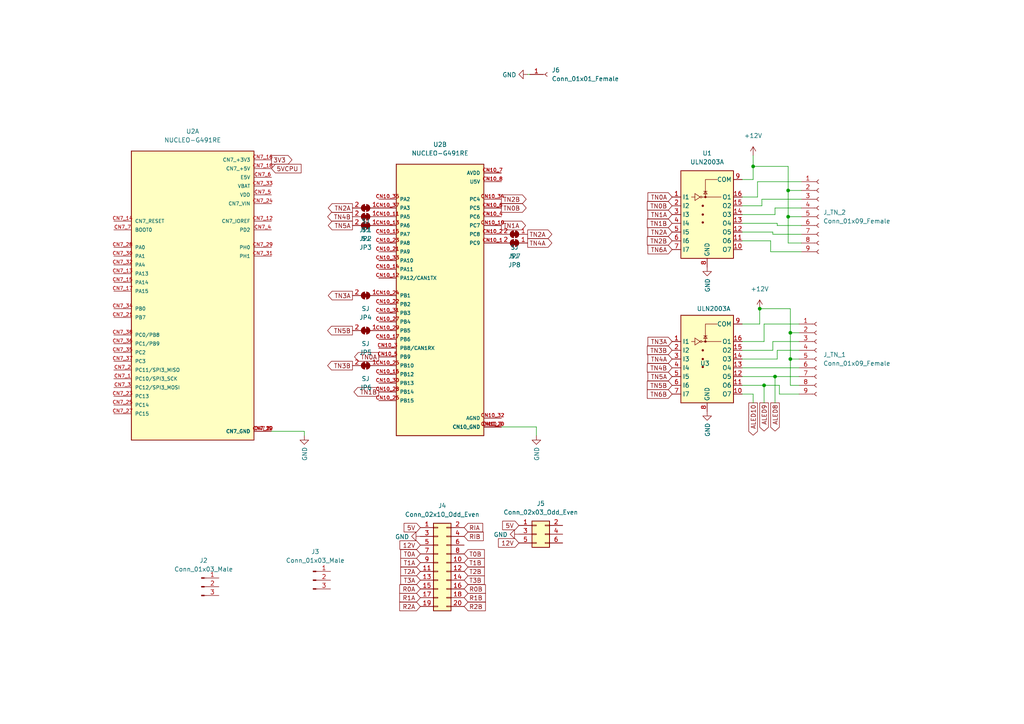
<source format=kicad_sch>
(kicad_sch (version 20211123) (generator eeschema)
  (paper "A4")
  (lib_symbols
    (symbol "Connector:Conn_01x01_Female" (pin_names (offset 1.016) hide)
      (property "Reference" "J" (at 0 2.54 0))
      (property "Value" "Conn_01x01_Female" (at 0 -2.54 0))
      (symbol "Conn_01x01_Female_1_1"
        (polyline (pts (xy -1.27 0) (xy -0.508 0)) (stroke (width 0.1524)))
        (arc (start 0 0.508) (mid -0.508 0) (end 0 -0.508) (stroke (width 0.1524)))
        (pin passive line (at -5.08 0 0) (length 3.81) (name "Pin_1") (number "1"))
      )
    )
    (symbol "Connector:Conn_01x03_Male" (pin_names (offset 1.016) hide)
      (property "Reference" "J" (at 0 5.08 0))
      (property "Value" "Conn_01x03_Male" (at 0 -5.08 0))
      (symbol "Conn_01x03_Male_1_1"
        (polyline (pts (xy 1.27 -2.54) (xy 0.8636 -2.54)) (stroke (width 0.1524)))
        (polyline (pts (xy 1.27 0) (xy 0.8636 0)) (stroke (width 0.1524)))
        (polyline (pts (xy 1.27 2.54) (xy 0.8636 2.54)) (stroke (width 0.1524)))
        (rectangle (start 0.8636 -2.413) (end 0 -2.667) (stroke (width 0.1524)) (fill (type outline)))
        (rectangle (start 0.8636 0.127) (end 0 -0.127) (stroke (width 0.1524)) (fill (type outline)))
        (rectangle (start 0.8636 2.667) (end 0 2.413) (stroke (width 0.1524)) (fill (type outline)))
        (pin passive line (at 5.08 2.54 180) (length 3.81) (name "Pin_1") (number "1"))
        (pin passive line (at 5.08 0 180) (length 3.81) (name "Pin_2") (number "2"))
        (pin passive line (at 5.08 -2.54 180) (length 3.81) (name "Pin_3") (number "3"))
      )
    )
    (symbol "Connector:Conn_01x09_Female" (pin_names (offset 1.016) hide)
      (property "Reference" "J" (at 0 12.7 0))
      (property "Value" "Conn_01x09_Female" (at 0 -12.7 0))
      (symbol "Conn_01x09_Female_1_1"
        (arc (start 0 -9.652) (mid -0.508 -10.16) (end 0 -10.668) (stroke (width 0.1524)))
        (arc (start 0 -7.112) (mid -0.508 -7.62) (end 0 -8.128) (stroke (width 0.1524)))
        (arc (start 0 -4.572) (mid -0.508 -5.08) (end 0 -5.588) (stroke (width 0.1524)))
        (arc (start 0 -2.032) (mid -0.508 -2.54) (end 0 -3.048) (stroke (width 0.1524)))
        (polyline (pts (xy -1.27 -10.16) (xy -0.508 -10.16)) (stroke (width 0.1524)))
        (polyline (pts (xy -1.27 -7.62) (xy -0.508 -7.62)) (stroke (width 0.1524)))
        (polyline (pts (xy -1.27 -5.08) (xy -0.508 -5.08)) (stroke (width 0.1524)))
        (polyline (pts (xy -1.27 -2.54) (xy -0.508 -2.54)) (stroke (width 0.1524)))
        (polyline (pts (xy -1.27 0) (xy -0.508 0)) (stroke (width 0.1524)))
        (polyline (pts (xy -1.27 2.54) (xy -0.508 2.54)) (stroke (width 0.1524)))
        (polyline (pts (xy -1.27 5.08) (xy -0.508 5.08)) (stroke (width 0.1524)))
        (polyline (pts (xy -1.27 7.62) (xy -0.508 7.62)) (stroke (width 0.1524)))
        (polyline (pts (xy -1.27 10.16) (xy -0.508 10.16)) (stroke (width 0.1524)))
        (arc (start 0 0.508) (mid -0.508 0) (end 0 -0.508) (stroke (width 0.1524)))
        (arc (start 0 3.048) (mid -0.508 2.54) (end 0 2.032) (stroke (width 0.1524)))
        (arc (start 0 5.588) (mid -0.508 5.08) (end 0 4.572) (stroke (width 0.1524)))
        (arc (start 0 8.128) (mid -0.508 7.62) (end 0 7.112) (stroke (width 0.1524)))
        (arc (start 0 10.668) (mid -0.508 10.16) (end 0 9.652) (stroke (width 0.1524)))
        (pin passive line (at -5.08 10.16 0) (length 3.81) (name "Pin_1") (number "1"))
        (pin passive line (at -5.08 7.62 0) (length 3.81) (name "Pin_2") (number "2"))
        (pin passive line (at -5.08 5.08 0) (length 3.81) (name "Pin_3") (number "3"))
        (pin passive line (at -5.08 2.54 0) (length 3.81) (name "Pin_4") (number "4"))
        (pin passive line (at -5.08 0 0) (length 3.81) (name "Pin_5") (number "5"))
        (pin passive line (at -5.08 -2.54 0) (length 3.81) (name "Pin_6") (number "6"))
        (pin passive line (at -5.08 -5.08 0) (length 3.81) (name "Pin_7") (number "7"))
        (pin passive line (at -5.08 -7.62 0) (length 3.81) (name "Pin_8") (number "8"))
        (pin passive line (at -5.08 -10.16 0) (length 3.81) (name "Pin_9") (number "9"))
      )
    )
    (symbol "Connector_Generic:Conn_02x03_Odd_Even" (pin_names (offset 1.016) hide)
      (property "Reference" "J" (at 1.27 5.08 0))
      (property "Value" "Conn_02x03_Odd_Even" (at 1.27 -5.08 0))
      (symbol "Conn_02x03_Odd_Even_1_1"
        (rectangle (start -1.27 -2.413) (end 0 -2.667) (stroke (width 0.1524)))
        (rectangle (start -1.27 0.127) (end 0 -0.127) (stroke (width 0.1524)))
        (rectangle (start -1.27 2.667) (end 0 2.413) (stroke (width 0.1524)))
        (rectangle (start -1.27 3.81) (end 3.81 -3.81) (stroke (width 0.254)) (fill (type background)))
        (rectangle (start 3.81 -2.413) (end 2.54 -2.667) (stroke (width 0.1524)))
        (rectangle (start 3.81 0.127) (end 2.54 -0.127) (stroke (width 0.1524)))
        (rectangle (start 3.81 2.667) (end 2.54 2.413) (stroke (width 0.1524)))
        (pin passive line (at -5.08 2.54 0) (length 3.81) (name "Pin_1") (number "1"))
        (pin passive line (at 7.62 2.54 180) (length 3.81) (name "Pin_2") (number "2"))
        (pin passive line (at -5.08 0 0) (length 3.81) (name "Pin_3") (number "3"))
        (pin passive line (at 7.62 0 180) (length 3.81) (name "Pin_4") (number "4"))
        (pin passive line (at -5.08 -2.54 0) (length 3.81) (name "Pin_5") (number "5"))
        (pin passive line (at 7.62 -2.54 180) (length 3.81) (name "Pin_6") (number "6"))
      )
    )
    (symbol "Connector_Generic:Conn_02x10_Odd_Even" (pin_names (offset 1.016) hide)
      (property "Reference" "J" (at 1.27 12.7 0))
      (property "Value" "Conn_02x10_Odd_Even" (at 1.27 -15.24 0))
      (symbol "Conn_02x10_Odd_Even_1_1"
        (rectangle (start -1.27 -12.573) (end 0 -12.827) (stroke (width 0.1524)))
        (rectangle (start -1.27 -10.033) (end 0 -10.287) (stroke (width 0.1524)))
        (rectangle (start -1.27 -7.493) (end 0 -7.747) (stroke (width 0.1524)))
        (rectangle (start -1.27 -4.953) (end 0 -5.207) (stroke (width 0.1524)))
        (rectangle (start -1.27 -2.413) (end 0 -2.667) (stroke (width 0.1524)))
        (rectangle (start -1.27 0.127) (end 0 -0.127) (stroke (width 0.1524)))
        (rectangle (start -1.27 2.667) (end 0 2.413) (stroke (width 0.1524)))
        (rectangle (start -1.27 5.207) (end 0 4.953) (stroke (width 0.1524)))
        (rectangle (start -1.27 7.747) (end 0 7.493) (stroke (width 0.1524)))
        (rectangle (start -1.27 10.287) (end 0 10.033) (stroke (width 0.1524)))
        (rectangle (start -1.27 11.43) (end 3.81 -13.97) (stroke (width 0.254)) (fill (type background)))
        (rectangle (start 3.81 -12.573) (end 2.54 -12.827) (stroke (width 0.1524)))
        (rectangle (start 3.81 -10.033) (end 2.54 -10.287) (stroke (width 0.1524)))
        (rectangle (start 3.81 -7.493) (end 2.54 -7.747) (stroke (width 0.1524)))
        (rectangle (start 3.81 -4.953) (end 2.54 -5.207) (stroke (width 0.1524)))
        (rectangle (start 3.81 -2.413) (end 2.54 -2.667) (stroke (width 0.1524)))
        (rectangle (start 3.81 0.127) (end 2.54 -0.127) (stroke (width 0.1524)))
        (rectangle (start 3.81 2.667) (end 2.54 2.413) (stroke (width 0.1524)))
        (rectangle (start 3.81 5.207) (end 2.54 4.953) (stroke (width 0.1524)))
        (rectangle (start 3.81 7.747) (end 2.54 7.493) (stroke (width 0.1524)))
        (rectangle (start 3.81 10.287) (end 2.54 10.033) (stroke (width 0.1524)))
        (pin passive line (at -5.08 10.16 0) (length 3.81) (name "Pin_1") (number "1"))
        (pin passive line (at 7.62 0 180) (length 3.81) (name "Pin_10") (number "10"))
        (pin passive line (at -5.08 -2.54 0) (length 3.81) (name "Pin_11") (number "11"))
        (pin passive line (at 7.62 -2.54 180) (length 3.81) (name "Pin_12") (number "12"))
        (pin passive line (at -5.08 -5.08 0) (length 3.81) (name "Pin_13") (number "13"))
        (pin passive line (at 7.62 -5.08 180) (length 3.81) (name "Pin_14") (number "14"))
        (pin passive line (at -5.08 -7.62 0) (length 3.81) (name "Pin_15") (number "15"))
        (pin passive line (at 7.62 -7.62 180) (length 3.81) (name "Pin_16") (number "16"))
        (pin passive line (at -5.08 -10.16 0) (length 3.81) (name "Pin_17") (number "17"))
        (pin passive line (at 7.62 -10.16 180) (length 3.81) (name "Pin_18") (number "18"))
        (pin passive line (at -5.08 -12.7 0) (length 3.81) (name "Pin_19") (number "19"))
        (pin passive line (at 7.62 10.16 180) (length 3.81) (name "Pin_2") (number "2"))
        (pin passive line (at 7.62 -12.7 180) (length 3.81) (name "Pin_20") (number "20"))
        (pin passive line (at -5.08 7.62 0) (length 3.81) (name "Pin_3") (number "3"))
        (pin passive line (at 7.62 7.62 180) (length 3.81) (name "Pin_4") (number "4"))
        (pin passive line (at -5.08 5.08 0) (length 3.81) (name "Pin_5") (number "5"))
        (pin passive line (at 7.62 5.08 180) (length 3.81) (name "Pin_6") (number "6"))
        (pin passive line (at -5.08 2.54 0) (length 3.81) (name "Pin_7") (number "7"))
        (pin passive line (at 7.62 2.54 180) (length 3.81) (name "Pin_8") (number "8"))
        (pin passive line (at -5.08 0 0) (length 3.81) (name "Pin_9") (number "9"))
      )
    )
    (symbol "Jumper:SolderJumper_2_Bridged" (pin_names (offset 0) hide)
      (property "Reference" "JP" (at 0 2.032 0))
      (property "Value" "SolderJumper_2_Bridged" (at 0 -2.54 0))
      (symbol "SolderJumper_2_Bridged_0_1"
        (rectangle (start -0.508 0.508) (end 0.508 -0.508) (fill (type outline)))
        (arc (start -0.254 1.016) (mid -1.27 0) (end -0.254 -1.016))
        (arc (start -0.254 1.016) (mid -1.27 0) (end -0.254 -1.016) (fill (type outline)))
        (polyline (pts (xy -0.254 1.016) (xy -0.254 -1.016)))
        (polyline (pts (xy 0.254 1.016) (xy 0.254 -1.016)))
        (arc (start 0.254 -1.016) (mid 1.27 0) (end 0.254 1.016))
        (arc (start 0.254 -1.016) (mid 1.27 0) (end 0.254 1.016) (fill (type outline)))
      )
      (symbol "SolderJumper_2_Bridged_1_1"
        (pin passive line (at -3.81 0 0) (length 2.54) (name "A") (number "1"))
        (pin passive line (at 3.81 0 180) (length 2.54) (name "B") (number "2"))
      )
    )
    (symbol "NUCLEO-G491RE_1" (pin_names (offset 1.016))
      (property "Reference" "U" (at -17.78 41.91 0))
      (property "Value" "NUCLEO-G491RE_1" (at -17.78 -44.45 0))
      (symbol "NUCLEO-G491RE_1_1_0"
        (rectangle (start -17.78 -43.18) (end 17.78 40.64) (stroke (width 0.254)) (fill (type background)))
        (pin bidirectional line (at -22.86 -25.4 0) (length 5.08) (name "PC10/SPI3_SCK") (number "CN7_1"))
        (pin bidirectional line (at 22.86 20.32 180) (length 5.08) (name "CN7_IOREF") (number "CN7_12"))
        (pin bidirectional line (at -22.86 5.08 0) (length 5.08) (name "PA13") (number "CN7_13"))
        (pin bidirectional line (at -22.86 20.32 0) (length 5.08) (name "CN7_RESET") (number "CN7_14"))
        (pin bidirectional line (at -22.86 2.54 0) (length 5.08) (name "PA14") (number "CN7_15"))
        (pin power_in line (at 22.86 38.1 180) (length 5.08) (name "CN7_+3V3") (number "CN7_16"))
        (pin bidirectional line (at -22.86 0 0) (length 5.08) (name "PA15") (number "CN7_17"))
        (pin power_in line (at 22.86 35.56 180) (length 5.08) (name "CN7_+5V") (number "CN7_18"))
        (pin power_in line (at 22.86 -40.64 180) (length 5.08) (name "CN7_GND") (number "CN7_19"))
        (pin bidirectional line (at -22.86 -22.86 0) (length 5.08) (name "PC11/SPI3_MISO") (number "CN7_2"))
        (pin power_in line (at 22.86 -40.64 180) (length 5.08) (name "CN7_GND") (number "CN7_20"))
        (pin bidirectional line (at -22.86 -7.62 0) (length 5.08) (name "PB7") (number "CN7_21"))
        (pin power_in line (at 22.86 -40.64 180) (length 5.08) (name "CN7_GND") (number "CN7_22"))
        (pin bidirectional line (at -22.86 -30.48 0) (length 5.08) (name "PC13") (number "CN7_23"))
        (pin power_in line (at 22.86 25.4 180) (length 5.08) (name "CN7_VIN") (number "CN7_24"))
        (pin bidirectional line (at -22.86 -33.02 0) (length 5.08) (name "PC14") (number "CN7_25"))
        (pin bidirectional line (at -22.86 -35.56 0) (length 5.08) (name "PC15") (number "CN7_27"))
        (pin bidirectional line (at -22.86 12.7 0) (length 5.08) (name "PA0") (number "CN7_28"))
        (pin bidirectional line (at 22.86 12.7 180) (length 5.08) (name "PH0") (number "CN7_29"))
        (pin bidirectional line (at -22.86 -27.94 0) (length 5.08) (name "PC12/SPI3_MOSI") (number "CN7_3"))
        (pin bidirectional line (at -22.86 10.16 0) (length 5.08) (name "PA1") (number "CN7_30"))
        (pin bidirectional line (at 22.86 10.16 180) (length 5.08) (name "PH1") (number "CN7_31"))
        (pin bidirectional line (at -22.86 7.62 0) (length 5.08) (name "PA4") (number "CN7_32"))
        (pin power_in line (at 22.86 30.48 180) (length 5.08) (name "VBAT") (number "CN7_33"))
        (pin bidirectional line (at -22.86 -5.08 0) (length 5.08) (name "PB0") (number "CN7_34"))
        (pin bidirectional line (at -22.86 -17.78 0) (length 5.08) (name "PC2") (number "CN7_35"))
        (pin bidirectional line (at -22.86 -15.24 0) (length 5.08) (name "PC1/PB9") (number "CN7_36"))
        (pin bidirectional line (at -22.86 -20.32 0) (length 5.08) (name "PC3") (number "CN7_37"))
        (pin bidirectional line (at -22.86 -12.7 0) (length 5.08) (name "PC0/PB8") (number "CN7_38"))
        (pin bidirectional line (at 22.86 17.78 180) (length 5.08) (name "PD2") (number "CN7_4"))
        (pin power_in line (at 22.86 27.94 180) (length 5.08) (name "VDD") (number "CN7_5"))
        (pin power_in line (at 22.86 33.02 180) (length 5.08) (name "E5V") (number "CN7_6"))
        (pin bidirectional line (at -22.86 17.78 0) (length 5.08) (name "BOOT0") (number "CN7_7"))
        (pin power_in line (at 22.86 -40.64 180) (length 5.08) (name "CN7_GND") (number "CN7_8"))
      )
      (symbol "NUCLEO-G491RE_1_2_0"
        (rectangle (start -12.7 -40.64) (end 12.7 38.1) (stroke (width 0.254)) (fill (type background)))
        (pin bidirectional line (at 17.78 15.24 180) (length 5.08) (name "PC9") (number "CN10_1"))
        (pin bidirectional line (at -17.78 22.86 0) (length 5.08) (name "PA5") (number "CN10_11"))
        (pin bidirectional line (at -17.78 5.08 0) (length 5.08) (name "PA12/CAN1TX") (number "CN10_12"))
        (pin bidirectional line (at -17.78 20.32 0) (length 5.08) (name "PA6") (number "CN10_13"))
        (pin bidirectional line (at -17.78 7.62 0) (length 5.08) (name "PA11") (number "CN10_14"))
        (pin bidirectional line (at -17.78 17.78 0) (length 5.08) (name "PA7") (number "CN10_15"))
        (pin bidirectional line (at -17.78 -22.86 0) (length 5.08) (name "PB12") (number "CN10_16"))
        (pin bidirectional line (at -17.78 -12.7 0) (length 5.08) (name "PB6") (number "CN10_17"))
        (pin bidirectional line (at 17.78 20.32 180) (length 5.08) (name "PC7") (number "CN10_19"))
        (pin bidirectional line (at 17.78 17.78 180) (length 5.08) (name "PC8") (number "CN10_2"))
        (pin power_in line (at 17.78 -38.1 180) (length 5.08) (name "CN10_GND") (number "CN10_20"))
        (pin bidirectional line (at -17.78 12.7 0) (length 5.08) (name "PA9") (number "CN10_21"))
        (pin bidirectional line (at -17.78 -2.54 0) (length 5.08) (name "PB2") (number "CN10_22"))
        (pin bidirectional line (at -17.78 15.24 0) (length 5.08) (name "PA8") (number "CN10_23"))
        (pin bidirectional line (at -17.78 0 0) (length 5.08) (name "PB1") (number "CN10_24"))
        (pin bidirectional line (at -17.78 -20.32 0) (length 5.08) (name "PB10") (number "CN10_25"))
        (pin bidirectional line (at -17.78 -30.48 0) (length 5.08) (name "PB15") (number "CN10_26"))
        (pin bidirectional line (at -17.78 -7.62 0) (length 5.08) (name "PB4") (number "CN10_27"))
        (pin bidirectional line (at -17.78 -27.94 0) (length 5.08) (name "PB14") (number "CN10_28"))
        (pin bidirectional line (at -17.78 -10.16 0) (length 5.08) (name "PB5") (number "CN10_29"))
        (pin bidirectional line (at -17.78 -15.24 0) (length 5.08) (name "PB8/CAN1RX") (number "CN10_3"))
        (pin bidirectional line (at -17.78 -25.4 0) (length 5.08) (name "PB13") (number "CN10_30"))
        (pin bidirectional line (at -17.78 -5.08 0) (length 5.08) (name "PB3") (number "CN10_31"))
        (pin power_in line (at 17.78 -35.56 180) (length 5.08) (name "AGND") (number "CN10_32"))
        (pin bidirectional line (at -17.78 10.16 0) (length 5.08) (name "PA10") (number "CN10_33"))
        (pin bidirectional line (at 17.78 27.94 180) (length 5.08) (name "PC4") (number "CN10_34"))
        (pin bidirectional line (at -17.78 27.94 0) (length 5.08) (name "PA2") (number "CN10_35"))
        (pin bidirectional line (at -17.78 25.4 0) (length 5.08) (name "PA3") (number "CN10_37"))
        (pin bidirectional line (at 17.78 22.86 180) (length 5.08) (name "PC6") (number "CN10_4"))
        (pin bidirectional line (at -17.78 -17.78 0) (length 5.08) (name "PB9") (number "CN10_5"))
        (pin bidirectional line (at 17.78 25.4 180) (length 5.08) (name "PC5") (number "CN10_6"))
        (pin power_in line (at 17.78 35.56 180) (length 5.08) (name "AVDD") (number "CN10_7"))
        (pin power_in line (at 17.78 33.02 180) (length 5.08) (name "U5V") (number "CN10_8"))
        (pin power_in line (at 17.78 -38.1 180) (length 5.08) (name "CN10_GND") (number "CN10_9"))
      )
      (symbol "NUCLEO-G491RE_1_3_0"
        (rectangle (start -15.24 -12.7) (end 15.24 10.16) (stroke (width 0.254)) (fill (type background)))
        (pin bidirectional line (at -20.32 -5.08 0) (length 5.08) (name "CN6_IOREF") (number "CN6_2"))
        (pin bidirectional line (at -20.32 -2.54 0) (length 5.08) (name "CN6_RESET") (number "CN6_3"))
        (pin power_in line (at 20.32 2.54 180) (length 5.08) (name "CN6_+3V3") (number "CN6_4"))
        (pin power_in line (at 20.32 5.08 180) (length 5.08) (name "CN6_+5V") (number "CN6_5"))
        (pin power_in line (at 20.32 -10.16 180) (length 5.08) (name "CN6_GND") (number "CN6_6"))
        (pin power_in line (at 20.32 -10.16 180) (length 5.08) (name "CN6_GND") (number "CN6_7"))
        (pin power_in line (at 20.32 7.62 180) (length 5.08) (name "CN6_VIN") (number "CN6_8"))
      )
      (symbol "NUCLEO-G491RE_1_4_0"
        (rectangle (start -5.08 -12.7) (end 5.08 12.7) (stroke (width 0.254)) (fill (type background)))
        (pin input line (at -10.16 10.16 0) (length 5.08) (name "D0") (number "CN9_1"))
        (pin output line (at -10.16 7.62 0) (length 5.08) (name "D1") (number "CN9_2"))
        (pin bidirectional line (at -10.16 2.54 0) (length 5.08) (name "D2") (number "CN9_3"))
        (pin bidirectional line (at -10.16 0 0) (length 5.08) (name "D3") (number "CN9_4"))
        (pin bidirectional line (at -10.16 -2.54 0) (length 5.08) (name "D4") (number "CN9_5"))
        (pin bidirectional line (at -10.16 -5.08 0) (length 5.08) (name "D5") (number "CN9_6"))
        (pin bidirectional line (at -10.16 -7.62 0) (length 5.08) (name "D6") (number "CN9_7"))
        (pin bidirectional line (at -10.16 -10.16 0) (length 5.08) (name "D7") (number "CN9_8"))
      )
      (symbol "NUCLEO-G491RE_1_5_0"
        (rectangle (start -5.08 -10.16) (end 5.08 7.62) (stroke (width 0.254)) (fill (type background)))
        (pin input line (at -10.16 5.08 0) (length 5.08) (name "A0") (number "CN8_1"))
        (pin input line (at -10.16 2.54 0) (length 5.08) (name "A1") (number "CN8_2"))
        (pin input line (at -10.16 0 0) (length 5.08) (name "A2") (number "CN8_3"))
        (pin input line (at -10.16 -2.54 0) (length 5.08) (name "A3") (number "CN8_4"))
        (pin input line (at -10.16 -5.08 0) (length 5.08) (name "A4") (number "CN8_5"))
        (pin input line (at -10.16 -7.62 0) (length 5.08) (name "A5") (number "CN8_6"))
      )
      (symbol "NUCLEO-G491RE_1_6_0"
        (rectangle (start -10.16 -17.78) (end 10.16 15.24) (stroke (width 0.254)) (fill (type background)))
        (pin bidirectional line (at -15.24 7.62 0) (length 5.08) (name "D8") (number "CN5_1"))
        (pin bidirectional clock (at -15.24 -10.16 0) (length 5.08) (name "D15") (number "CN5_10"))
        (pin bidirectional line (at -15.24 5.08 0) (length 5.08) (name "D9") (number "CN5_2"))
        (pin bidirectional line (at -15.24 2.54 0) (length 5.08) (name "D10") (number "CN5_3"))
        (pin bidirectional line (at -15.24 0 0) (length 5.08) (name "D11") (number "CN5_4"))
        (pin bidirectional line (at -15.24 -2.54 0) (length 5.08) (name "D12") (number "CN5_5"))
        (pin bidirectional clock (at -15.24 -5.08 0) (length 5.08) (name "D13") (number "CN5_6"))
        (pin power_in line (at 15.24 -15.24 180) (length 5.08) (name "CN5_GND") (number "CN5_7"))
        (pin power_in line (at 15.24 12.7 180) (length 5.08) (name "AREF") (number "CN5_8"))
        (pin bidirectional line (at -15.24 -7.62 0) (length 5.08) (name "D14") (number "CN5_9"))
      )
    )
    (symbol "Transistor_Array:ULN2003A"
      (property "Reference" "U" (at 0 15.875 0))
      (property "Value" "ULN2003A" (at 0 13.97 0))
      (symbol "ULN2003A_0_1"
        (rectangle (start -7.62 -12.7) (end 7.62 12.7) (stroke (width 0.254)) (fill (type background)))
        (circle (center -1.778 5.08) (radius 0.254))
        (circle (center -1.27 -2.286) (radius 0.254) (fill (type outline)))
        (circle (center -1.27 0) (radius 0.254) (fill (type outline)))
        (circle (center -1.27 2.54) (radius 0.254) (fill (type outline)))
        (circle (center -0.508 5.08) (radius 0.254) (fill (type outline)))
        (polyline (pts (xy -4.572 5.08) (xy -3.556 5.08)))
        (polyline (pts (xy -1.524 5.08) (xy 4.064 5.08)))
        (polyline (pts (xy 0 6.731) (xy -1.016 6.731)))
        (polyline (pts (xy -0.508 5.08) (xy -0.508 10.16) (xy 2.921 10.16)))
        (polyline (pts (xy -3.556 6.096) (xy -3.556 4.064) (xy -2.032 5.08) (xy -3.556 6.096)))
        (polyline (pts (xy 0 5.969) (xy -1.016 5.969) (xy -0.508 6.731) (xy 0 5.969)))
      )
      (symbol "ULN2003A_1_1"
        (pin input line (at -10.16 5.08 0) (length 2.54) (name "I1") (number "1"))
        (pin open_collector line (at 10.16 -10.16 180) (length 2.54) (name "O7") (number "10"))
        (pin open_collector line (at 10.16 -7.62 180) (length 2.54) (name "O6") (number "11"))
        (pin open_collector line (at 10.16 -5.08 180) (length 2.54) (name "O5") (number "12"))
        (pin open_collector line (at 10.16 -2.54 180) (length 2.54) (name "O4") (number "13"))
        (pin open_collector line (at 10.16 0 180) (length 2.54) (name "O3") (number "14"))
        (pin open_collector line (at 10.16 2.54 180) (length 2.54) (name "O2") (number "15"))
        (pin open_collector line (at 10.16 5.08 180) (length 2.54) (name "O1") (number "16"))
        (pin input line (at -10.16 2.54 0) (length 2.54) (name "I2") (number "2"))
        (pin input line (at -10.16 0 0) (length 2.54) (name "I3") (number "3"))
        (pin input line (at -10.16 -2.54 0) (length 2.54) (name "I4") (number "4"))
        (pin input line (at -10.16 -5.08 0) (length 2.54) (name "I5") (number "5"))
        (pin input line (at -10.16 -7.62 0) (length 2.54) (name "I6") (number "6"))
        (pin input line (at -10.16 -10.16 0) (length 2.54) (name "I7") (number "7"))
        (pin power_in line (at 0 -15.24 90) (length 2.54) (name "GND") (number "8"))
        (pin passive line (at 10.16 10.16 180) (length 2.54) (name "COM") (number "9"))
      )
    )
    (symbol "nucleo64:NUCLEO-G491RE" (pin_names (offset 1.016))
      (property "Reference" "U" (at -17.78 41.91 0))
      (property "Value" "NUCLEO-G491RE" (at -17.78 -44.45 0))
      (symbol "NUCLEO-G491RE_1_0"
        (rectangle (start -17.78 -43.18) (end 17.78 40.64) (stroke (width 0.254)) (fill (type background)))
        (pin bidirectional line (at -22.86 -25.4 0) (length 5.08) (name "PC10") (number "CN7_1"))
        (pin bidirectional line (at 22.86 20.32 180) (length 5.08) (name "CN7_IOREF") (number "CN7_12"))
        (pin bidirectional line (at -22.86 5.08 0) (length 5.08) (name "PA13") (number "CN7_13"))
        (pin bidirectional line (at -22.86 20.32 0) (length 5.08) (name "CN7_RESET") (number "CN7_14"))
        (pin bidirectional line (at -22.86 2.54 0) (length 5.08) (name "PA14") (number "CN7_15"))
        (pin power_in line (at 22.86 38.1 180) (length 5.08) (name "CN7_+3V3") (number "CN7_16"))
        (pin bidirectional line (at -22.86 0 0) (length 5.08) (name "PA15") (number "CN7_17"))
        (pin power_in line (at 22.86 35.56 180) (length 5.08) (name "CN7_+5V") (number "CN7_18"))
        (pin power_in line (at 22.86 -40.64 180) (length 5.08) (name "CN7_GND") (number "CN7_19"))
        (pin bidirectional line (at -22.86 -22.86 0) (length 5.08) (name "PC11") (number "CN7_2"))
        (pin power_in line (at 22.86 -40.64 180) (length 5.08) (name "CN7_GND") (number "CN7_20"))
        (pin bidirectional line (at -22.86 -7.62 0) (length 5.08) (name "PB7") (number "CN7_21"))
        (pin power_in line (at 22.86 -40.64 180) (length 5.08) (name "CN7_GND") (number "CN7_22"))
        (pin bidirectional line (at -22.86 -30.48 0) (length 5.08) (name "PC13") (number "CN7_23"))
        (pin power_in line (at 22.86 25.4 180) (length 5.08) (name "CN7_VIN") (number "CN7_24"))
        (pin bidirectional line (at -22.86 -33.02 0) (length 5.08) (name "PC14") (number "CN7_25"))
        (pin bidirectional line (at -22.86 -35.56 0) (length 5.08) (name "PC15") (number "CN7_27"))
        (pin bidirectional line (at -22.86 12.7 0) (length 5.08) (name "PA0") (number "CN7_28"))
        (pin bidirectional line (at 22.86 12.7 180) (length 5.08) (name "PH0") (number "CN7_29"))
        (pin bidirectional line (at -22.86 -27.94 0) (length 5.08) (name "PC12") (number "CN7_3"))
        (pin bidirectional line (at -22.86 10.16 0) (length 5.08) (name "PA1") (number "CN7_30"))
        (pin bidirectional line (at 22.86 10.16 180) (length 5.08) (name "PH1") (number "CN7_31"))
        (pin bidirectional line (at -22.86 7.62 0) (length 5.08) (name "PA4") (number "CN7_32"))
        (pin power_in line (at 22.86 30.48 180) (length 5.08) (name "VBAT") (number "CN7_33"))
        (pin bidirectional line (at -22.86 -5.08 0) (length 5.08) (name "PB0") (number "CN7_34"))
        (pin bidirectional line (at -22.86 -17.78 0) (length 5.08) (name "PC2") (number "CN7_35"))
        (pin bidirectional line (at -22.86 -15.24 0) (length 5.08) (name "PC1/PB9") (number "CN7_36"))
        (pin bidirectional line (at -22.86 -20.32 0) (length 5.08) (name "PC3") (number "CN7_37"))
        (pin bidirectional line (at -22.86 -12.7 0) (length 5.08) (name "PC0/PB8") (number "CN7_38"))
        (pin bidirectional line (at 22.86 17.78 180) (length 5.08) (name "PD2") (number "CN7_4"))
        (pin power_in line (at 22.86 27.94 180) (length 5.08) (name "VDD") (number "CN7_5"))
        (pin power_in line (at 22.86 33.02 180) (length 5.08) (name "E5V") (number "CN7_6"))
        (pin bidirectional line (at -22.86 17.78 0) (length 5.08) (name "BOOT0") (number "CN7_7"))
        (pin power_in line (at 22.86 -40.64 180) (length 5.08) (name "CN7_GND") (number "CN7_8"))
      )
      (symbol "NUCLEO-G491RE_2_0"
        (rectangle (start -12.7 -40.64) (end 12.7 38.1) (stroke (width 0.254)) (fill (type background)))
        (pin bidirectional line (at 17.78 15.24 180) (length 5.08) (name "PC9") (number "CN10_1"))
        (pin bidirectional line (at -17.78 22.86 0) (length 5.08) (name "PA5") (number "CN10_11"))
        (pin bidirectional line (at -17.78 5.08 0) (length 5.08) (name "PA12/CAN1TX") (number "CN10_12"))
        (pin bidirectional line (at -17.78 20.32 0) (length 5.08) (name "PA6") (number "CN10_13"))
        (pin bidirectional line (at -17.78 7.62 0) (length 5.08) (name "PA11") (number "CN10_14"))
        (pin bidirectional line (at -17.78 17.78 0) (length 5.08) (name "PA7") (number "CN10_15"))
        (pin bidirectional line (at -17.78 -22.86 0) (length 5.08) (name "PB12") (number "CN10_16"))
        (pin bidirectional line (at -17.78 -12.7 0) (length 5.08) (name "PB6") (number "CN10_17"))
        (pin bidirectional line (at 17.78 20.32 180) (length 5.08) (name "PC7") (number "CN10_19"))
        (pin bidirectional line (at 17.78 17.78 180) (length 5.08) (name "PC8") (number "CN10_2"))
        (pin power_in line (at 17.78 -38.1 180) (length 5.08) (name "CN10_GND") (number "CN10_20"))
        (pin bidirectional line (at -17.78 12.7 0) (length 5.08) (name "PA9") (number "CN10_21"))
        (pin bidirectional line (at -17.78 -2.54 0) (length 5.08) (name "PB2") (number "CN10_22"))
        (pin bidirectional line (at -17.78 15.24 0) (length 5.08) (name "PA8") (number "CN10_23"))
        (pin bidirectional line (at -17.78 0 0) (length 5.08) (name "PB1") (number "CN10_24"))
        (pin bidirectional line (at -17.78 -20.32 0) (length 5.08) (name "PB10") (number "CN10_25"))
        (pin bidirectional line (at -17.78 -30.48 0) (length 5.08) (name "PB15") (number "CN10_26"))
        (pin bidirectional line (at -17.78 -7.62 0) (length 5.08) (name "PB4") (number "CN10_27"))
        (pin bidirectional line (at -17.78 -27.94 0) (length 5.08) (name "PB14") (number "CN10_28"))
        (pin bidirectional line (at -17.78 -10.16 0) (length 5.08) (name "PB5") (number "CN10_29"))
        (pin bidirectional line (at -17.78 -15.24 0) (length 5.08) (name "PB8/CAN1RX") (number "CN10_3"))
        (pin bidirectional line (at -17.78 -25.4 0) (length 5.08) (name "PB13") (number "CN10_30"))
        (pin bidirectional line (at -17.78 -5.08 0) (length 5.08) (name "PB3") (number "CN10_31"))
        (pin power_in line (at 17.78 -35.56 180) (length 5.08) (name "AGND") (number "CN10_32"))
        (pin bidirectional line (at -17.78 10.16 0) (length 5.08) (name "PA10") (number "CN10_33"))
        (pin bidirectional line (at 17.78 27.94 180) (length 5.08) (name "PC4") (number "CN10_34"))
        (pin bidirectional line (at -17.78 27.94 0) (length 5.08) (name "PA2") (number "CN10_35"))
        (pin bidirectional line (at -17.78 25.4 0) (length 5.08) (name "PA3") (number "CN10_37"))
        (pin bidirectional line (at 17.78 22.86 180) (length 5.08) (name "PC6") (number "CN10_4"))
        (pin bidirectional line (at -17.78 -17.78 0) (length 5.08) (name "PB9") (number "CN10_5"))
        (pin bidirectional line (at 17.78 25.4 180) (length 5.08) (name "PC5") (number "CN10_6"))
        (pin power_in line (at 17.78 35.56 180) (length 5.08) (name "AVDD") (number "CN10_7"))
        (pin power_in line (at 17.78 33.02 180) (length 5.08) (name "U5V") (number "CN10_8"))
        (pin power_in line (at 17.78 -38.1 180) (length 5.08) (name "CN10_GND") (number "CN10_9"))
      )
      (symbol "NUCLEO-G491RE_3_0"
        (rectangle (start -15.24 -12.7) (end 15.24 10.16) (stroke (width 0.254)) (fill (type background)))
        (pin bidirectional line (at -20.32 -5.08 0) (length 5.08) (name "CN6_IOREF") (number "CN6_2"))
        (pin bidirectional line (at -20.32 -2.54 0) (length 5.08) (name "CN6_RESET") (number "CN6_3"))
        (pin power_in line (at 20.32 2.54 180) (length 5.08) (name "CN6_+3V3") (number "CN6_4"))
        (pin power_in line (at 20.32 5.08 180) (length 5.08) (name "CN6_+5V") (number "CN6_5"))
        (pin power_in line (at 20.32 -10.16 180) (length 5.08) (name "CN6_GND") (number "CN6_6"))
        (pin power_in line (at 20.32 -10.16 180) (length 5.08) (name "CN6_GND") (number "CN6_7"))
        (pin power_in line (at 20.32 7.62 180) (length 5.08) (name "CN6_VIN") (number "CN6_8"))
      )
      (symbol "NUCLEO-G491RE_4_0"
        (rectangle (start -5.08 -12.7) (end 5.08 12.7) (stroke (width 0.254)) (fill (type background)))
        (pin input line (at -10.16 10.16 0) (length 5.08) (name "D0") (number "CN9_1"))
        (pin output line (at -10.16 7.62 0) (length 5.08) (name "D1") (number "CN9_2"))
        (pin bidirectional line (at -10.16 2.54 0) (length 5.08) (name "D2") (number "CN9_3"))
        (pin bidirectional line (at -10.16 0 0) (length 5.08) (name "D3") (number "CN9_4"))
        (pin bidirectional line (at -10.16 -2.54 0) (length 5.08) (name "D4") (number "CN9_5"))
        (pin bidirectional line (at -10.16 -5.08 0) (length 5.08) (name "D5") (number "CN9_6"))
        (pin bidirectional line (at -10.16 -7.62 0) (length 5.08) (name "D6") (number "CN9_7"))
        (pin bidirectional line (at -10.16 -10.16 0) (length 5.08) (name "D7") (number "CN9_8"))
      )
      (symbol "NUCLEO-G491RE_5_0"
        (rectangle (start -5.08 -10.16) (end 5.08 7.62) (stroke (width 0.254)) (fill (type background)))
        (pin input line (at -10.16 5.08 0) (length 5.08) (name "A0") (number "CN8_1"))
        (pin input line (at -10.16 2.54 0) (length 5.08) (name "A1") (number "CN8_2"))
        (pin input line (at -10.16 0 0) (length 5.08) (name "A2") (number "CN8_3"))
        (pin input line (at -10.16 -2.54 0) (length 5.08) (name "A3") (number "CN8_4"))
        (pin input line (at -10.16 -5.08 0) (length 5.08) (name "A4") (number "CN8_5"))
        (pin input line (at -10.16 -7.62 0) (length 5.08) (name "A5") (number "CN8_6"))
      )
      (symbol "NUCLEO-G491RE_6_0"
        (rectangle (start -10.16 -17.78) (end 10.16 15.24) (stroke (width 0.254)) (fill (type background)))
        (pin bidirectional line (at -15.24 7.62 0) (length 5.08) (name "D8") (number "CN5_1"))
        (pin bidirectional clock (at -15.24 -10.16 0) (length 5.08) (name "D15") (number "CN5_10"))
        (pin bidirectional line (at -15.24 5.08 0) (length 5.08) (name "D9") (number "CN5_2"))
        (pin bidirectional line (at -15.24 2.54 0) (length 5.08) (name "D10") (number "CN5_3"))
        (pin bidirectional line (at -15.24 0 0) (length 5.08) (name "D11") (number "CN5_4"))
        (pin bidirectional line (at -15.24 -2.54 0) (length 5.08) (name "D12") (number "CN5_5"))
        (pin bidirectional clock (at -15.24 -5.08 0) (length 5.08) (name "D13") (number "CN5_6"))
        (pin power_in line (at 15.24 -15.24 180) (length 5.08) (name "CN5_GND") (number "CN5_7"))
        (pin power_in line (at 15.24 12.7 180) (length 5.08) (name "AREF") (number "CN5_8"))
        (pin bidirectional line (at -15.24 -7.62 0) (length 5.08) (name "D14") (number "CN5_9"))
      )
    )
    (symbol "power:+12V" (power) (pin_names (offset 0))
      (property "Value" "+12V" (at 0 3.556 0))
      (symbol "+12V_0_1"
        (polyline (pts (xy -0.762 1.27) (xy 0 2.54)))
        (polyline (pts (xy 0 0) (xy 0 2.54)))
        (polyline (pts (xy 0 2.54) (xy 0.762 1.27)))
      )
      (symbol "+12V_1_1"
        (pin power_in line (at 0 0 90) (length 0) hide (name "+12V") (number "1"))
      )
    )
    (symbol "power:GND" (power) (pin_names (offset 0))
      (property "Value" "GND" (at 0 -3.81 0))
      (symbol "GND_0_1"
        (polyline (pts (xy 0 0) (xy 0 -1.27) (xy 1.27 -1.27) (xy 0 -2.54) (xy -1.27 -1.27) (xy 0 -1.27)))
      )
      (symbol "GND_1_1"
        (pin power_in line (at 0 0 270) (length 0) hide (name "GND") (number "1"))
      )
    )
  )
  (junction (at 229.235 104.14))
  (junction (at 228.6 55.245))
  (junction (at 221.615 111.76))
  (junction (at 218.44 48.26))
  (junction (at 229.235 96.52))
  (junction (at 228.6 62.865))
  (junction (at 220.345 89.535))
  (junction (at 224.79 109.22))
  (wire (pts (xy 223.52 73.025) (xy 232.41 73.025)))
  (wire (pts (xy 218.44 114.3) (xy 218.44 116.84)))
  (wire (pts (xy 224.155 101.6) (xy 224.155 99.06)))
  (wire (pts (xy 220.345 93.98) (xy 220.345 89.535)))
  (wire (pts (xy 215.265 62.23) (xy 224.79 62.23)))
  (wire (pts (xy 228.6 62.865) (xy 228.6 55.245)))
  (wire (pts (xy 219.71 52.705) (xy 232.41 52.705)))
  (wire (pts (xy 215.265 99.06) (xy 221.615 99.06)))
  (wire (pts (xy 88.265 125.095) (xy 88.265 126.365)))
  (wire (pts (xy 224.79 109.22) (xy 224.79 116.84)))
  (wire (pts (xy 225.425 104.14) (xy 225.425 101.6)))
  (wire (pts (xy 224.79 60.325) (xy 232.41 60.325)))
  (wire (pts (xy 215.265 57.15) (xy 219.71 57.15)))
  (wire (pts (xy 215.265 106.68) (xy 231.775 106.68)))
  (wire (pts (xy 215.265 69.85) (xy 223.52 69.85)))
  (wire (pts (xy 215.265 104.14) (xy 225.425 104.14)))
  (wire (pts (xy 220.98 57.785) (xy 232.41 57.785)))
  (wire (pts (xy 221.615 111.76) (xy 226.06 111.76)))
  (wire (pts (xy 215.265 64.77) (xy 225.425 64.77)))
  (wire (pts (xy 228.6 55.245) (xy 228.6 48.26)))
  (wire (pts (xy 215.265 111.76) (xy 221.615 111.76)))
  (wire (pts (xy 219.71 57.15) (xy 219.71 52.705)))
  (wire (pts (xy 221.615 99.06) (xy 221.615 93.98)))
  (wire (pts (xy 220.345 89.535) (xy 229.235 89.535)))
  (wire (pts (xy 228.6 70.485) (xy 228.6 62.865)))
  (wire (pts (xy 215.265 67.31) (xy 224.155 67.31)))
  (wire (pts (xy 221.615 111.76) (xy 221.615 116.84)))
  (wire (pts (xy 229.235 104.14) (xy 229.235 96.52)))
  (wire (pts (xy 224.79 62.23) (xy 224.79 60.325)))
  (wire (pts (xy 215.265 59.69) (xy 220.98 59.69)))
  (wire (pts (xy 215.265 101.6) (xy 224.155 101.6)))
  (wire (pts (xy 215.265 93.98) (xy 220.345 93.98)))
  (wire (pts (xy 232.41 70.485) (xy 228.6 70.485)))
  (wire (pts (xy 78.74 125.095) (xy 88.265 125.095)))
  (wire (pts (xy 229.235 96.52) (xy 231.775 96.52)))
  (wire (pts (xy 145.415 123.825) (xy 155.575 123.825)))
  (wire (pts (xy 223.52 69.85) (xy 223.52 73.025)))
  (wire (pts (xy 218.44 52.07) (xy 215.265 52.07)))
  (wire (pts (xy 215.265 109.22) (xy 224.79 109.22)))
  (wire (pts (xy 225.425 64.77) (xy 225.425 65.405)))
  (wire (pts (xy 226.06 111.76) (xy 226.06 114.3)))
  (wire (pts (xy 153.035 21.59) (xy 153.67 21.59)))
  (wire (pts (xy 224.155 67.945) (xy 232.41 67.945)))
  (wire (pts (xy 224.155 67.31) (xy 224.155 67.945)))
  (wire (pts (xy 225.425 101.6) (xy 231.775 101.6)))
  (wire (pts (xy 225.425 65.405) (xy 232.41 65.405)))
  (wire (pts (xy 228.6 62.865) (xy 232.41 62.865)))
  (wire (pts (xy 228.6 55.245) (xy 232.41 55.245)))
  (wire (pts (xy 226.06 114.3) (xy 231.775 114.3)))
  (wire (pts (xy 215.265 114.3) (xy 218.44 114.3)))
  (wire (pts (xy 229.235 104.14) (xy 231.775 104.14)))
  (wire (pts (xy 155.575 123.825) (xy 155.575 126.365)))
  (wire (pts (xy 229.235 96.52) (xy 229.235 89.535)))
  (wire (pts (xy 229.235 111.76) (xy 229.235 104.14)))
  (wire (pts (xy 221.615 93.98) (xy 231.775 93.98)))
  (wire (pts (xy 224.79 109.22) (xy 231.775 109.22)))
  (wire (pts (xy 218.44 48.26) (xy 218.44 52.07)))
  (wire (pts (xy 231.775 111.76) (xy 229.235 111.76)))
  (wire (pts (xy 218.44 48.26) (xy 218.44 45.085)))
  (wire (pts (xy 228.6 48.26) (xy 218.44 48.26)))
  (wire (pts (xy 224.155 99.06) (xy 231.775 99.06)))
  (wire (pts (xy 220.98 59.69) (xy 220.98 57.785)))
  (global_label "TN1B" (shape input) (at 194.945 64.77 180) (property "Intersheet References" "${INTERSHEET_REFS}" (effects hide)))
  (global_label "ALED8" (shape output) (at 224.79 116.84 270) (property "Intersheet References" "${INTERSHEET_REFS}" (effects hide)))
  (global_label "R2B" (shape input) (at 134.62 175.895 0) (property "Intersheet References" "${INTERSHEET_REFS}" (effects hide)))
  (global_label "TN1B" (shape output) (at 109.855 113.665 180) (property "Intersheet References" "${INTERSHEET_REFS}" (effects hide)))
  (global_label "R1A" (shape input) (at 121.92 173.355 180) (property "Intersheet References" "${INTERSHEET_REFS}" (effects hide)))
  (global_label "R0A" (shape input) (at 121.92 170.815 180) (property "Intersheet References" "${INTERSHEET_REFS}" (effects hide)))
  (global_label "TN0A" (shape input) (at 194.945 57.15 180) (property "Intersheet References" "${INTERSHEET_REFS}" (effects hide)))
  (global_label "RIB" (shape input) (at 134.62 155.575 0) (property "Intersheet References" "${INTERSHEET_REFS}" (effects hide)))
  (global_label "T1B" (shape input) (at 134.62 163.195 0) (property "Intersheet References" "${INTERSHEET_REFS}" (effects hide)))
  (global_label "TN6B" (shape input) (at 194.945 114.3 180) (property "Intersheet References" "${INTERSHEET_REFS}" (effects hide)))
  (global_label "12V" (shape input) (at 150.495 157.48 180) (property "Intersheet References" "${INTERSHEET_REFS}" (effects hide)))
  (global_label "TN2B" (shape input) (at 194.945 69.85 180) (property "Intersheet References" "${INTERSHEET_REFS}" (effects hide)))
  (global_label "T0B" (shape input) (at 134.62 160.655 0) (property "Intersheet References" "${INTERSHEET_REFS}" (effects hide)))
  (global_label "RIA" (shape input) (at 134.62 153.035 0) (property "Intersheet References" "${INTERSHEET_REFS}" (effects hide)))
  (global_label "TN5B" (shape input) (at 194.945 111.76 180) (property "Intersheet References" "${INTERSHEET_REFS}" (effects hide)))
  (global_label "TN0A" (shape output) (at 109.855 103.505 180) (property "Intersheet References" "${INTERSHEET_REFS}" (effects hide)))
  (global_label "5V" (shape input) (at 121.92 153.035 180) (property "Intersheet References" "${INTERSHEET_REFS}" (effects hide)))
  (global_label "R0B" (shape input) (at 134.62 170.815 0) (property "Intersheet References" "${INTERSHEET_REFS}" (effects hide)))
  (global_label "TN5B" (shape output) (at 102.235 95.885 180) (property "Intersheet References" "${INTERSHEET_REFS}" (effects hide)))
  (global_label "R1B" (shape input) (at 134.62 173.355 0) (property "Intersheet References" "${INTERSHEET_REFS}" (effects hide)))
  (global_label "TN5A" (shape output) (at 102.235 65.405 180) (property "Intersheet References" "${INTERSHEET_REFS}" (effects hide)))
  (global_label "TN0B" (shape input) (at 194.945 59.69 180) (property "Intersheet References" "${INTERSHEET_REFS}" (effects hide)))
  (global_label "TN6A" (shape input) (at 194.945 72.39 180) (property "Intersheet References" "${INTERSHEET_REFS}" (effects hide)))
  (global_label "TN2A" (shape output) (at 102.235 60.325 180) (property "Intersheet References" "${INTERSHEET_REFS}" (effects hide)))
  (global_label "TN2B" (shape output) (at 145.415 57.785 0) (property "Intersheet References" "${INTERSHEET_REFS}" (effects hide)))
  (global_label "TN3A" (shape output) (at 102.235 85.725 180) (property "Intersheet References" "${INTERSHEET_REFS}" (effects hide)))
  (global_label "T3A" (shape input) (at 121.92 168.275 180) (property "Intersheet References" "${INTERSHEET_REFS}" (effects hide)))
  (global_label "TN3B" (shape input) (at 194.945 101.6 180) (property "Intersheet References" "${INTERSHEET_REFS}" (effects hide)))
  (global_label "TN4A" (shape output) (at 153.035 70.485 0) (property "Intersheet References" "${INTERSHEET_REFS}" (effects hide)))
  (global_label "T0A" (shape input) (at 121.92 160.655 180) (property "Intersheet References" "${INTERSHEET_REFS}" (effects hide)))
  (global_label "TN2A" (shape input) (at 194.945 67.31 180) (property "Intersheet References" "${INTERSHEET_REFS}" (effects hide)))
  (global_label "ALED9" (shape output) (at 221.615 116.84 270) (property "Intersheet References" "${INTERSHEET_REFS}" (effects hide)))
  (global_label "R2A" (shape input) (at 121.92 175.895 180) (property "Intersheet References" "${INTERSHEET_REFS}" (effects hide)))
  (global_label "TN1A" (shape output) (at 145.415 65.405 0) (property "Intersheet References" "${INTERSHEET_REFS}" (effects hide)))
  (global_label "TN3A" (shape input) (at 194.945 99.06 180) (property "Intersheet References" "${INTERSHEET_REFS}" (effects hide)))
  (global_label "TN3B" (shape output) (at 102.235 106.045 180) (property "Intersheet References" "${INTERSHEET_REFS}" (effects hide)))
  (global_label "TN5A" (shape input) (at 194.945 109.22 180) (property "Intersheet References" "${INTERSHEET_REFS}" (effects hide)))
  (global_label "TN1A" (shape input) (at 194.945 62.23 180) (property "Intersheet References" "${INTERSHEET_REFS}" (effects hide)))
  (global_label "TN4B" (shape output) (at 102.235 62.865 180) (property "Intersheet References" "${INTERSHEET_REFS}" (effects hide)))
  (global_label "T3B" (shape input) (at 134.62 168.275 0) (property "Intersheet References" "${INTERSHEET_REFS}" (effects hide)))
  (global_label "TN0B" (shape output) (at 145.415 60.325 0) (property "Intersheet References" "${INTERSHEET_REFS}" (effects hide)))
  (global_label "T2B" (shape input) (at 134.62 165.735 0) (property "Intersheet References" "${INTERSHEET_REFS}" (effects hide)))
  (global_label "12V" (shape input) (at 121.92 158.115 180) (property "Intersheet References" "${INTERSHEET_REFS}" (effects hide)))
  (global_label "ALED10" (shape output) (at 218.44 116.84 270) (property "Intersheet References" "${INTERSHEET_REFS}" (effects hide)))
  (global_label "TN4B" (shape input) (at 194.945 106.68 180) (property "Intersheet References" "${INTERSHEET_REFS}" (effects hide)))
  (global_label "TN4A" (shape input) (at 194.945 104.14 180) (property "Intersheet References" "${INTERSHEET_REFS}" (effects hide)))
  (global_label "5VCPU" (shape input) (at 78.74 48.895 0) (property "Intersheet References" "${INTERSHEET_REFS}" (effects hide)))
  (global_label "T2A" (shape input) (at 121.92 165.735 180) (property "Intersheet References" "${INTERSHEET_REFS}" (effects hide)))
  (global_label "T1A" (shape input) (at 121.92 163.195 180) (property "Intersheet References" "${INTERSHEET_REFS}" (effects hide)))
  (global_label "TN2A" (shape output) (at 153.035 67.945 0) (property "Intersheet References" "${INTERSHEET_REFS}" (effects hide)))
  (global_label "5V" (shape input) (at 150.495 152.4 180) (property "Intersheet References" "${INTERSHEET_REFS}" (effects hide)))
  (global_label "3V3" (shape output) (at 78.74 46.355 0) (property "Intersheet References" "${INTERSHEET_REFS}" (effects hide)))
  (symbol (lib_id "Jumper:SolderJumper_2_Bridged") (at 106.045 65.405 180) (unit 1)
    (property "Reference" "JP3" (at 106.045 71.755 0))
    (property "Value" "SJ" (at 106.045 69.215 0))
    (property "Footprint" "Connector_PinHeader_2.54mm:PinHeader_1x02_P2.54mm_Vertical" (effects hide))
  )
  (symbol (lib_id "Jumper:SolderJumper_2_Bridged") (at 149.225 67.945 180) (unit 1)
    (property "Reference" "JP7" (at 149.225 74.295 0))
    (property "Value" "SJ" (at 149.225 71.755 0))
    (property "Footprint" "Connector_PinHeader_2.54mm:PinHeader_1x02_P2.54mm_Vertical" (effects hide))
  )
  (symbol (lib_id "Jumper:SolderJumper_2_Bridged") (at 106.045 95.885 180) (unit 1)
    (property "Reference" "JP5" (at 106.045 102.235 0))
    (property "Value" "SJ" (at 106.045 99.695 0))
    (property "Footprint" "Connector_PinHeader_2.54mm:PinHeader_1x02_P2.54mm_Vertical" (effects hide))
  )
  (symbol (lib_id "Transistor_Array:ULN2003A") (at 205.105 104.14 0) (unit 1)
    (property "Reference" "U3" (at 204.47 105.41 0))
    (property "Value" "ULN2003A" (at 207.01 89.535 0))
    (property "Footprint" "Package_DIP:DIP-16_W7.62mm_Socket_LongPads" (effects hide))
    (property "Datasheet" "http://www.ti.com/lit/ds/symlink/uln2003a.pdf" (effects hide))
  )
  (symbol (lib_id "Jumper:SolderJumper_2_Bridged") (at 106.045 62.865 180) (unit 1)
    (property "Reference" "JP2" (at 106.045 69.215 0))
    (property "Value" "SJ" (at 106.045 66.675 0))
    (property "Footprint" "Connector_PinHeader_2.54mm:PinHeader_1x02_P2.54mm_Vertical" (effects hide))
  )
  (symbol (lib_id "power:GND") (at 88.265 126.365 0) (unit 1)
    (property "Reference" "#PWR0104" (effects hide))
    (property "Value" "GND" (at 88.392 129.6162 90) (effects (justify right)))
  )
  (symbol (lib_id "Connector:Conn_01x01_Female") (at 158.75 21.59 0) (unit 1)
    (property "Reference" "J6" (at 160.02 20.3199 0) (effects (justify left)))
    (property "Value" "Conn_01x01_Female" (at 160.02 22.8599 0) (effects (justify left)))
    (property "Footprint" "Connector_PinHeader_2.54mm:PinHeader_1x01_P2.54mm_Vertical" (effects hide))
  )
  (symbol (lib_id "power:+12V") (at 218.44 45.085 0) (unit 1)
    (property "Reference" "#PWR0102" (effects hide))
    (property "Value" "+12V" (at 218.44 39.37 0))
  )
  (symbol (lib_id "power:GND") (at 205.105 119.38 0) (unit 1)
    (property "Reference" "#PWR0101" (effects hide))
    (property "Value" "GND" (at 205.232 122.6312 90) (effects (justify right)))
  )
  (symbol (lib_id "power:GND") (at 121.92 155.575 270) (unit 1)
    (property "Reference" "#PWR0111" (effects hide))
    (property "Value" "GND" (at 118.6688 155.702 90) (effects (justify right)))
  )
  (symbol (lib_id "Jumper:SolderJumper_2_Bridged") (at 106.045 106.045 180) (unit 1)
    (property "Reference" "JP6" (at 106.045 112.395 0))
    (property "Value" "SJ" (at 106.045 109.855 0))
    (property "Footprint" "Connector_PinHeader_2.54mm:PinHeader_1x02_P2.54mm_Vertical" (effects hide))
  )
  (symbol (lib_id "Connector:Conn_01x09_Female") (at 236.855 104.14 0) (unit 1)
    (property "Reference" "J_TN_1" (at 238.76 102.8699 0) (effects (justify left)))
    (property "Value" "Conn_01x09_Female" (at 238.76 105.4099 0) (effects (justify left)))
    (property "Footprint" "Connector_JST:JST_XH_S9B-XH-A-1_1x09_P2.50mm_Horizontal" (effects hide))
  )
  (symbol (lib_id "power:GND") (at 205.105 77.47 0) (unit 1)
    (property "Reference" "#PWR0106" (effects hide))
    (property "Value" "GND" (at 205.232 80.7212 90) (effects (justify right)))
  )
  (symbol (lib_name "NUCLEO-G491RE_1") (lib_id "nucleo64:NUCLEO-G491RE") (at 55.88 84.455 0) (unit 1)
    (property "Reference" "U2" (at 55.88 38.1 0))
    (property "Value" "NUCLEO-G491RE" (at 55.88 40.64 0))
    (property "Footprint" "G4Lib:MODULE_NUCLEO-G491RE20" (effects hide))
    (property "MANUFACTURER" "STMicroelectronics" (effects hide))
    (property "PARTREV" "13" (effects hide))
    (property "STANDARD" "Manufacturer Recommendations" (effects hide))
  )
  (symbol (lib_id "Connector:Conn_01x03_Male") (at 58.42 170.18 0) (unit 1)
    (property "Reference" "J2" (at 59.055 162.56 0))
    (property "Value" "Conn_01x03_Male" (at 59.055 165.1 0))
    (property "Footprint" "Connector_PinHeader_2.54mm:PinHeader_1x03_P2.54mm_Horizontal" (effects hide))
  )
  (symbol (lib_id "Connector:Conn_01x09_Female") (at 237.49 62.865 0) (unit 1)
    (property "Reference" "J_TN_2" (at 238.76 61.5949 0) (effects (justify left)))
    (property "Value" "Conn_01x09_Female" (at 238.76 64.1349 0) (effects (justify left)))
    (property "Footprint" "Connector_JST:JST_XH_S9B-XH-A-1_1x09_P2.50mm_Horizontal" (effects hide))
  )
  (symbol (lib_id "Jumper:SolderJumper_2_Bridged") (at 106.045 85.725 180) (unit 1)
    (property "Reference" "JP4" (at 106.045 92.075 0))
    (property "Value" "SJ" (at 106.045 89.535 0))
    (property "Footprint" "Connector_PinHeader_2.54mm:PinHeader_1x02_P2.54mm_Vertical" (effects hide))
  )
  (symbol (lib_id "power:GND") (at 155.575 126.365 0) (unit 1)
    (property "Reference" "#PWR0105" (effects hide))
    (property "Value" "GND" (at 155.702 129.6162 90) (effects (justify right)))
  )
  (symbol (lib_id "Connector_Generic:Conn_02x10_Odd_Even") (at 127 163.195 0) (unit 1)
    (property "Reference" "J4" (at 128.27 146.685 0))
    (property "Value" "Conn_02x10_Odd_Even" (at 128.27 149.225 0))
    (property "Footprint" "Connector_PinHeader_2.54mm:PinHeader_2x10_P2.54mm_Vertical" (effects hide))
  )
  (symbol (lib_id "power:GND") (at 150.495 154.94 270) (unit 1)
    (property "Reference" "#PWR0112" (effects hide))
    (property "Value" "GND" (at 147.2438 155.067 90) (effects (justify right)))
  )
  (symbol (lib_id "Connector_Generic:Conn_02x03_Odd_Even") (at 155.575 154.94 0) (unit 1)
    (property "Reference" "J5" (at 156.845 146.05 0))
    (property "Value" "Conn_02x03_Odd_Even" (at 156.845 148.59 0))
    (property "Footprint" "Connector_PinHeader_2.54mm:PinHeader_2x03_P2.54mm_Vertical" (effects hide))
  )
  (symbol (lib_id "power:+12V") (at 220.345 89.535 0) (unit 1)
    (property "Reference" "#PWR0103" (effects hide))
    (property "Value" "+12V" (at 220.345 83.82 0))
  )
  (symbol (lib_id "Jumper:SolderJumper_2_Bridged") (at 149.225 70.485 180) (unit 1)
    (property "Reference" "JP8" (at 149.225 76.835 0))
    (property "Value" "SJ" (at 149.225 74.295 0))
    (property "Footprint" "Connector_PinHeader_2.54mm:PinHeader_1x02_P2.54mm_Vertical" (effects hide))
  )
  (symbol (lib_id "power:GND") (at 153.035 21.59 270) (unit 1)
    (property "Reference" "#PWR0113" (effects hide))
    (property "Value" "GND" (at 149.7838 21.717 90) (effects (justify right)))
  )
  (symbol (lib_id "nucleo64:NUCLEO-G491RE") (at 127.635 85.725 0) (unit 2)
    (property "Reference" "U2" (at 127.635 41.91 0))
    (property "Value" "NUCLEO-G491RE" (at 127.635 44.45 0))
    (property "Footprint" "G4Lib:MODULE_NUCLEO-G491RE20" (effects hide))
    (property "MANUFACTURER" "STMicroelectronics" (effects hide))
    (property "PARTREV" "13" (effects hide))
    (property "STANDARD" "Manufacturer Recommendations" (effects hide))
  )
  (symbol (lib_id "Connector:Conn_01x03_Male") (at 90.805 168.275 0) (unit 1)
    (property "Reference" "J3" (at 91.44 160.02 0))
    (property "Value" "Conn_01x03_Male" (at 91.44 162.56 0))
    (property "Footprint" "Connector_PinHeader_2.54mm:PinHeader_1x03_P2.54mm_Horizontal" (effects hide))
  )
  (symbol (lib_id "Jumper:SolderJumper_2_Bridged") (at 106.045 60.325 180) (unit 1)
    (property "Reference" "JP1" (at 106.045 66.675 0))
    (property "Value" "SJ" (at 106.045 64.135 0))
    (property "Footprint" "Connector_PinHeader_2.54mm:PinHeader_1x02_P2.54mm_Vertical" (effects hide))
  )
  (symbol (lib_id "Transistor_Array:ULN2003A") (at 205.105 62.23 0) (unit 1)
    (property "Reference" "U1" (at 205.105 44.45 0))
    (property "Value" "ULN2003A" (at 205.105 46.99 0))
    (property "Footprint" "Package_DIP:DIP-16_W7.62mm_Socket_LongPads" (effects hide))
    (property "Datasheet" "http://www.ti.com/lit/ds/symlink/uln2003a.pdf" (effects hide))
  )
)
</source>
